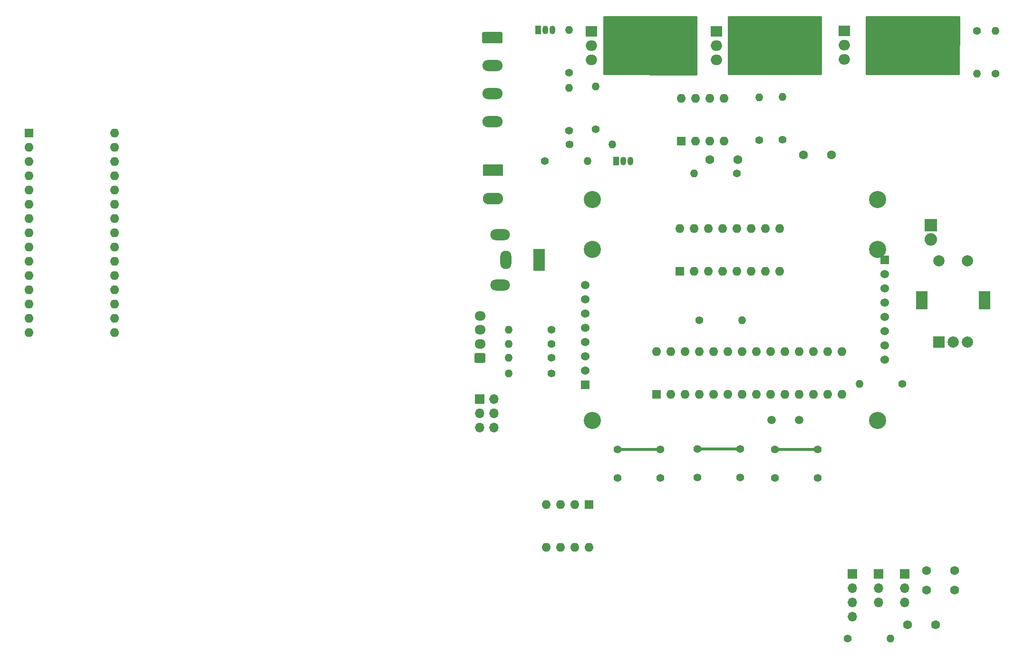
<source format=gbr>
G04 #@! TF.GenerationSoftware,KiCad,Pcbnew,(5.1.4-0-10_14)*
G04 #@! TF.CreationDate,2020-02-28T18:01:43+01:00*
G04 #@! TF.ProjectId,circuit,63697263-7569-4742-9e6b-696361645f70,rev?*
G04 #@! TF.SameCoordinates,Original*
G04 #@! TF.FileFunction,Copper,L1,Top*
G04 #@! TF.FilePolarity,Positive*
%FSLAX46Y46*%
G04 Gerber Fmt 4.6, Leading zero omitted, Abs format (unit mm)*
G04 Created by KiCad (PCBNEW (5.1.4-0-10_14)) date 2020-02-28 18:01:43*
%MOMM*%
%LPD*%
G04 APERTURE LIST*
%ADD10O,1.400000X1.400000*%
%ADD11C,1.400000*%
%ADD12O,1.700000X1.700000*%
%ADD13R,1.700000X1.700000*%
%ADD14C,1.600000*%
%ADD15O,1.600000X1.600000*%
%ADD16R,1.600000X1.600000*%
%ADD17R,1.524000X1.524000*%
%ADD18C,3.048000*%
%ADD19C,1.524000*%
%ADD20R,1.050000X1.500000*%
%ADD21O,1.050000X1.500000*%
%ADD22O,1.950000X1.700000*%
%ADD23C,0.100000*%
%ADD24C,1.700000*%
%ADD25C,1.500000*%
%ADD26R,2.000000X2.000000*%
%ADD27C,2.000000*%
%ADD28R,2.000000X3.200000*%
%ADD29C,1.397000*%
%ADD30O,2.000000X1.905000*%
%ADD31R,2.000000X1.905000*%
%ADD32O,3.600000X2.080000*%
%ADD33C,2.080000*%
%ADD34O,3.500000X2.000000*%
%ADD35O,2.000000X3.300000*%
%ADD36R,2.000000X4.000000*%
%ADD37O,3.600000X2.000000*%
%ADD38O,2.240000X2.240000*%
%ADD39R,2.240000X2.240000*%
%ADD40C,0.500000*%
%ADD41C,0.254000*%
G04 APERTURE END LIST*
D10*
X263749800Y-132282640D03*
D11*
X256129800Y-132282640D03*
D12*
X266279800Y-125862640D03*
X266279800Y-123322640D03*
D13*
X266279800Y-120782640D03*
D12*
X261629800Y-125862640D03*
X261629800Y-123322640D03*
D13*
X261629800Y-120782640D03*
D12*
X256979800Y-128402640D03*
X256979800Y-125862640D03*
X256979800Y-123322640D03*
D13*
X256979800Y-120782640D03*
D14*
X275179800Y-123632640D03*
X270179800Y-123632640D03*
X271799800Y-129882640D03*
X266799800Y-129882640D03*
X275179800Y-120182640D03*
X270179800Y-120182640D03*
D15*
X210063080Y-116027200D03*
X202443080Y-108407200D03*
X207523080Y-116027200D03*
X204983080Y-108407200D03*
X204983080Y-116027200D03*
X207523080Y-108407200D03*
X202443080Y-116027200D03*
D16*
X210063080Y-108407200D03*
D17*
X262691880Y-64856360D03*
D18*
X261421880Y-54061360D03*
X261421880Y-93431360D03*
X210621880Y-93431360D03*
X210621880Y-54061360D03*
D19*
X262691880Y-67396360D03*
X262691880Y-69936360D03*
X262691880Y-72476360D03*
X262691880Y-75016360D03*
X262691880Y-77556360D03*
X262691880Y-80096360D03*
X262691880Y-82636360D03*
D20*
X200990200Y-23820120D03*
D21*
X203530200Y-23820120D03*
X202260200Y-23820120D03*
D19*
X209362040Y-69306440D03*
X209362040Y-71846440D03*
X209362040Y-74386440D03*
X209362040Y-76926440D03*
X209362040Y-79466440D03*
X209362040Y-82006440D03*
X209362040Y-84546440D03*
D18*
X210632040Y-62956440D03*
X210632040Y-93436440D03*
X261432040Y-93436440D03*
X261432040Y-62956440D03*
D17*
X209362040Y-87086440D03*
D22*
X190627000Y-74806160D03*
X190627000Y-77306160D03*
X190627000Y-79806160D03*
D23*
G36*
X191376504Y-81457364D02*
G01*
X191400773Y-81460964D01*
X191424571Y-81466925D01*
X191447671Y-81475190D01*
X191469849Y-81485680D01*
X191490893Y-81498293D01*
X191510598Y-81512907D01*
X191528777Y-81529383D01*
X191545253Y-81547562D01*
X191559867Y-81567267D01*
X191572480Y-81588311D01*
X191582970Y-81610489D01*
X191591235Y-81633589D01*
X191597196Y-81657387D01*
X191600796Y-81681656D01*
X191602000Y-81706160D01*
X191602000Y-82906160D01*
X191600796Y-82930664D01*
X191597196Y-82954933D01*
X191591235Y-82978731D01*
X191582970Y-83001831D01*
X191572480Y-83024009D01*
X191559867Y-83045053D01*
X191545253Y-83064758D01*
X191528777Y-83082937D01*
X191510598Y-83099413D01*
X191490893Y-83114027D01*
X191469849Y-83126640D01*
X191447671Y-83137130D01*
X191424571Y-83145395D01*
X191400773Y-83151356D01*
X191376504Y-83154956D01*
X191352000Y-83156160D01*
X189902000Y-83156160D01*
X189877496Y-83154956D01*
X189853227Y-83151356D01*
X189829429Y-83145395D01*
X189806329Y-83137130D01*
X189784151Y-83126640D01*
X189763107Y-83114027D01*
X189743402Y-83099413D01*
X189725223Y-83082937D01*
X189708747Y-83064758D01*
X189694133Y-83045053D01*
X189681520Y-83024009D01*
X189671030Y-83001831D01*
X189662765Y-82978731D01*
X189656804Y-82954933D01*
X189653204Y-82930664D01*
X189652000Y-82906160D01*
X189652000Y-81706160D01*
X189653204Y-81681656D01*
X189656804Y-81657387D01*
X189662765Y-81633589D01*
X189671030Y-81610489D01*
X189681520Y-81588311D01*
X189694133Y-81567267D01*
X189708747Y-81547562D01*
X189725223Y-81529383D01*
X189743402Y-81512907D01*
X189763107Y-81498293D01*
X189784151Y-81485680D01*
X189806329Y-81475190D01*
X189829429Y-81466925D01*
X189853227Y-81460964D01*
X189877496Y-81457364D01*
X189902000Y-81456160D01*
X191352000Y-81456160D01*
X191376504Y-81457364D01*
X191376504Y-81457364D01*
G37*
D24*
X190627000Y-82306160D03*
D25*
X242577280Y-93360240D03*
X247477280Y-93360240D03*
D20*
X214868760Y-47249080D03*
D21*
X217408760Y-47249080D03*
X216138760Y-47249080D03*
D26*
X272399760Y-79502000D03*
D27*
X274899760Y-79502000D03*
X277399760Y-79502000D03*
D28*
X269299760Y-72002000D03*
X280499760Y-72002000D03*
D27*
X272399760Y-65002000D03*
X277399760Y-65002000D03*
D29*
X215153240Y-103698040D03*
X215153240Y-98618040D03*
X222773240Y-103698040D03*
X222773240Y-98618040D03*
X229351840Y-103609140D03*
X229351840Y-98529140D03*
X236971840Y-103609140D03*
X236971840Y-98529140D03*
X243182140Y-103698040D03*
X243182140Y-98618040D03*
X250802140Y-103698040D03*
X250802140Y-98618040D03*
D10*
X195767960Y-85064600D03*
D11*
X203387960Y-85064600D03*
D10*
X237302040Y-75580240D03*
D11*
X229682040Y-75580240D03*
D10*
X195742560Y-77236320D03*
D11*
X203362560Y-77236320D03*
D10*
X195742560Y-79822040D03*
D11*
X203362560Y-79822040D03*
D10*
X195742560Y-82301080D03*
D11*
X203362560Y-82301080D03*
D10*
X209778600Y-47249080D03*
D11*
X202158600Y-47249080D03*
D10*
X211231480Y-33939480D03*
D11*
X211231480Y-41559480D03*
D10*
X214167720Y-44221400D03*
D11*
X206547720Y-44221400D03*
D10*
X206507080Y-34142680D03*
D11*
X206507080Y-41762680D03*
D30*
X255478280Y-29083000D03*
X255478280Y-26543000D03*
D31*
X255478280Y-24003000D03*
D30*
X232704640Y-29210000D03*
X232704640Y-26670000D03*
D31*
X232704640Y-24130000D03*
D12*
X193085720Y-94686120D03*
X190545720Y-94686120D03*
X193085720Y-92146120D03*
X190545720Y-92146120D03*
X193085720Y-89606120D03*
D13*
X190545720Y-89606120D03*
D32*
X192948560Y-53914040D03*
D23*
G36*
X194523065Y-47795244D02*
G01*
X194547333Y-47798844D01*
X194571132Y-47804805D01*
X194594231Y-47813070D01*
X194616410Y-47823560D01*
X194637453Y-47836172D01*
X194657159Y-47850787D01*
X194675337Y-47867263D01*
X194691813Y-47885441D01*
X194706428Y-47905147D01*
X194719040Y-47926190D01*
X194729530Y-47948369D01*
X194737795Y-47971468D01*
X194743756Y-47995267D01*
X194747356Y-48019535D01*
X194748560Y-48044039D01*
X194748560Y-49624041D01*
X194747356Y-49648545D01*
X194743756Y-49672813D01*
X194737795Y-49696612D01*
X194729530Y-49719711D01*
X194719040Y-49741890D01*
X194706428Y-49762933D01*
X194691813Y-49782639D01*
X194675337Y-49800817D01*
X194657159Y-49817293D01*
X194637453Y-49831908D01*
X194616410Y-49844520D01*
X194594231Y-49855010D01*
X194571132Y-49863275D01*
X194547333Y-49869236D01*
X194523065Y-49872836D01*
X194498561Y-49874040D01*
X191398559Y-49874040D01*
X191374055Y-49872836D01*
X191349787Y-49869236D01*
X191325988Y-49863275D01*
X191302889Y-49855010D01*
X191280710Y-49844520D01*
X191259667Y-49831908D01*
X191239961Y-49817293D01*
X191221783Y-49800817D01*
X191205307Y-49782639D01*
X191190692Y-49762933D01*
X191178080Y-49741890D01*
X191167590Y-49719711D01*
X191159325Y-49696612D01*
X191153364Y-49672813D01*
X191149764Y-49648545D01*
X191148560Y-49624041D01*
X191148560Y-48044039D01*
X191149764Y-48019535D01*
X191153364Y-47995267D01*
X191159325Y-47971468D01*
X191167590Y-47948369D01*
X191178080Y-47926190D01*
X191190692Y-47905147D01*
X191205307Y-47885441D01*
X191221783Y-47867263D01*
X191239961Y-47850787D01*
X191259667Y-47836172D01*
X191280710Y-47823560D01*
X191302889Y-47813070D01*
X191325988Y-47804805D01*
X191349787Y-47798844D01*
X191374055Y-47795244D01*
X191398559Y-47794040D01*
X194498561Y-47794040D01*
X194523065Y-47795244D01*
X194523065Y-47795244D01*
G37*
D33*
X192948560Y-48834040D03*
D34*
X194198480Y-69315720D03*
X194198480Y-60315720D03*
D35*
X195198480Y-64815720D03*
D36*
X201198480Y-64815720D03*
D37*
X192826640Y-40217120D03*
X192826640Y-35217120D03*
X192826640Y-30217120D03*
D23*
G36*
X194401144Y-24218324D02*
G01*
X194425413Y-24221924D01*
X194449211Y-24227885D01*
X194472311Y-24236150D01*
X194494489Y-24246640D01*
X194515533Y-24259253D01*
X194535238Y-24273867D01*
X194553417Y-24290343D01*
X194569893Y-24308522D01*
X194584507Y-24328227D01*
X194597120Y-24349271D01*
X194607610Y-24371449D01*
X194615875Y-24394549D01*
X194621836Y-24418347D01*
X194625436Y-24442616D01*
X194626640Y-24467120D01*
X194626640Y-25967120D01*
X194625436Y-25991624D01*
X194621836Y-26015893D01*
X194615875Y-26039691D01*
X194607610Y-26062791D01*
X194597120Y-26084969D01*
X194584507Y-26106013D01*
X194569893Y-26125718D01*
X194553417Y-26143897D01*
X194535238Y-26160373D01*
X194515533Y-26174987D01*
X194494489Y-26187600D01*
X194472311Y-26198090D01*
X194449211Y-26206355D01*
X194425413Y-26212316D01*
X194401144Y-26215916D01*
X194376640Y-26217120D01*
X191276640Y-26217120D01*
X191252136Y-26215916D01*
X191227867Y-26212316D01*
X191204069Y-26206355D01*
X191180969Y-26198090D01*
X191158791Y-26187600D01*
X191137747Y-26174987D01*
X191118042Y-26160373D01*
X191099863Y-26143897D01*
X191083387Y-26125718D01*
X191068773Y-26106013D01*
X191056160Y-26084969D01*
X191045670Y-26062791D01*
X191037405Y-26039691D01*
X191031444Y-26015893D01*
X191027844Y-25991624D01*
X191026640Y-25967120D01*
X191026640Y-24467120D01*
X191027844Y-24442616D01*
X191031444Y-24418347D01*
X191037405Y-24394549D01*
X191045670Y-24371449D01*
X191056160Y-24349271D01*
X191068773Y-24328227D01*
X191083387Y-24308522D01*
X191099863Y-24290343D01*
X191118042Y-24273867D01*
X191137747Y-24259253D01*
X191158791Y-24246640D01*
X191180969Y-24236150D01*
X191204069Y-24227885D01*
X191227867Y-24221924D01*
X191252136Y-24218324D01*
X191276640Y-24217120D01*
X194376640Y-24217120D01*
X194401144Y-24218324D01*
X194401144Y-24218324D01*
G37*
D27*
X192826640Y-25217120D03*
D15*
X226441000Y-35996880D03*
X234061000Y-43616880D03*
X228981000Y-35996880D03*
X231521000Y-43616880D03*
X231521000Y-35996880D03*
X228981000Y-43616880D03*
X234061000Y-35996880D03*
D16*
X226441000Y-43616880D03*
D14*
X253224040Y-46141640D03*
X248224040Y-46141640D03*
X236587040Y-46944280D03*
X231587040Y-46944280D03*
D15*
X222092520Y-81163160D03*
X255112520Y-88783160D03*
X224632520Y-81163160D03*
X252572520Y-88783160D03*
X227172520Y-81163160D03*
X250032520Y-88783160D03*
X229712520Y-81163160D03*
X247492520Y-88783160D03*
X232252520Y-81163160D03*
X244952520Y-88783160D03*
X234792520Y-81163160D03*
X242412520Y-88783160D03*
X237332520Y-81163160D03*
X239872520Y-88783160D03*
X239872520Y-81163160D03*
X237332520Y-88783160D03*
X242412520Y-81163160D03*
X234792520Y-88783160D03*
X244952520Y-81163160D03*
X232252520Y-88783160D03*
X247492520Y-81163160D03*
X229712520Y-88783160D03*
X250032520Y-81163160D03*
X227172520Y-88783160D03*
X252572520Y-81163160D03*
X224632520Y-88783160D03*
X255112520Y-81163160D03*
D16*
X222092520Y-88783160D03*
D15*
X226217480Y-59232800D03*
X243997480Y-66852800D03*
X228757480Y-59232800D03*
X241457480Y-66852800D03*
X231297480Y-59232800D03*
X238917480Y-66852800D03*
X233837480Y-59232800D03*
X236377480Y-66852800D03*
X236377480Y-59232800D03*
X233837480Y-66852800D03*
X238917480Y-59232800D03*
X231297480Y-66852800D03*
X241457480Y-59232800D03*
X228757480Y-66852800D03*
X243997480Y-59232800D03*
D16*
X226217480Y-66852800D03*
D10*
X258231640Y-86883240D03*
D11*
X265851640Y-86883240D03*
D10*
X282458160Y-23977600D03*
D11*
X282458160Y-31597600D03*
D10*
X279161240Y-31602680D03*
D11*
X279161240Y-23982680D03*
D10*
X206507080Y-23870920D03*
D11*
X206507080Y-31490920D03*
D10*
X240375440Y-35849560D03*
D11*
X240375440Y-43469560D03*
D10*
X244469920Y-35808920D03*
D11*
X244469920Y-43428920D03*
D10*
X228793040Y-49423320D03*
D11*
X236413040Y-49423320D03*
D30*
X210464400Y-29154120D03*
X210464400Y-26614120D03*
D31*
X210464400Y-24074120D03*
D38*
X270906240Y-61147960D03*
D39*
X270906240Y-58607960D03*
D16*
X110286800Y-42240200D03*
D15*
X125526800Y-75260200D03*
X110286800Y-44780200D03*
X125526800Y-72720200D03*
X110286800Y-47320200D03*
X125526800Y-70180200D03*
X110286800Y-49860200D03*
X125526800Y-67640200D03*
X110286800Y-52400200D03*
X125526800Y-65100200D03*
X110286800Y-54940200D03*
X125526800Y-62560200D03*
X110286800Y-57480200D03*
X125526800Y-60020200D03*
X110286800Y-60020200D03*
X125526800Y-57480200D03*
X110286800Y-62560200D03*
X125526800Y-54940200D03*
X110286800Y-65100200D03*
X125526800Y-52400200D03*
X110286800Y-67640200D03*
X125526800Y-49860200D03*
X110286800Y-70180200D03*
X125526800Y-47320200D03*
X110286800Y-72720200D03*
X125526800Y-44780200D03*
X110286800Y-75260200D03*
X125526800Y-42240200D03*
X110286800Y-77800200D03*
X125526800Y-77800200D03*
D40*
X215153240Y-98618040D02*
X222773240Y-98618040D01*
X229351840Y-98529140D02*
X236971840Y-98529140D01*
X243182140Y-98618040D02*
X250802140Y-98618040D01*
D41*
G36*
X251378965Y-31744651D02*
G01*
X234858437Y-31709628D01*
X234848523Y-21462923D01*
X251398795Y-21452917D01*
X251378965Y-31744651D01*
X251378965Y-31744651D01*
G37*
X251378965Y-31744651D02*
X234858437Y-31709628D01*
X234848523Y-21462923D01*
X251398795Y-21452917D01*
X251378965Y-31744651D01*
G36*
X275945845Y-31744651D02*
G01*
X259425317Y-31709628D01*
X259415403Y-21462923D01*
X275965675Y-21452917D01*
X275945845Y-31744651D01*
X275945845Y-31744651D01*
G37*
X275945845Y-31744651D02*
X259425317Y-31709628D01*
X259415403Y-21462923D01*
X275965675Y-21452917D01*
X275945845Y-31744651D01*
G36*
X229184445Y-31790371D02*
G01*
X212663917Y-31755348D01*
X212654003Y-21508643D01*
X229204275Y-21498637D01*
X229184445Y-31790371D01*
X229184445Y-31790371D01*
G37*
X229184445Y-31790371D02*
X212663917Y-31755348D01*
X212654003Y-21508643D01*
X229204275Y-21498637D01*
X229184445Y-31790371D01*
M02*

</source>
